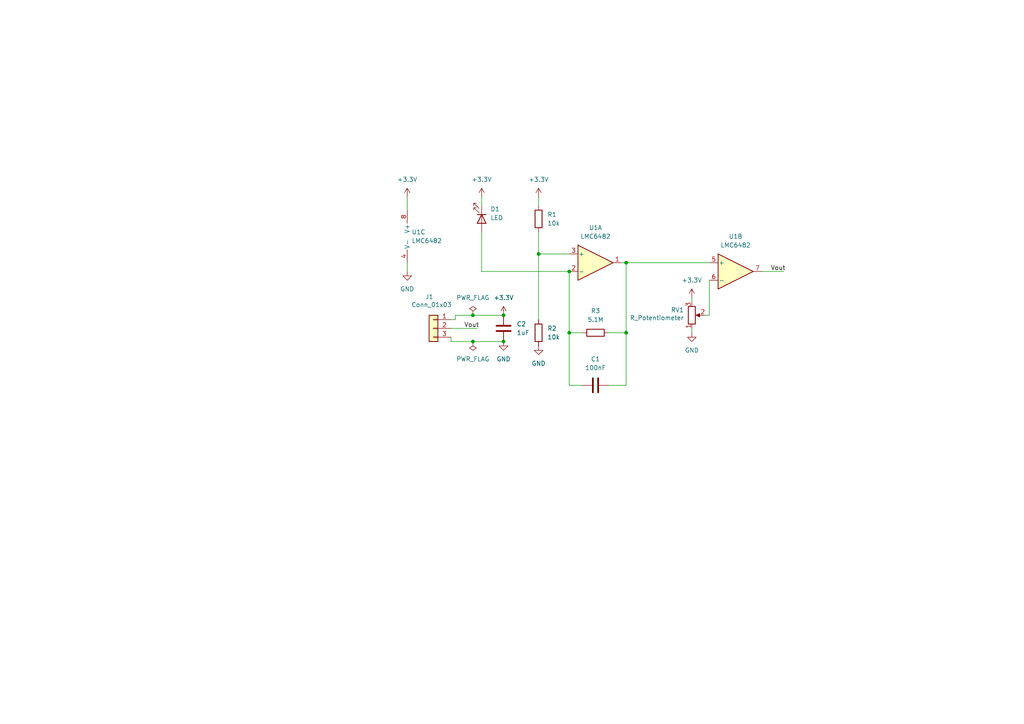
<source format=kicad_sch>
(kicad_sch (version 20231120) (generator "eeschema") (generator_version "8.0")
  (paper "A4")
  (lib_symbols
    (symbol "Amplifier_Operational:LMC6482" (pin_names (offset 0.127))
      (property "Reference" "U" (at 0 5.08 0))
      (property "Value" "LMC6482" (at 0 -5.08 0))
      (symbol "LMC6482_1_1"
        (polyline (pts (xy -5.08 5.08) (xy 5.08 0) (xy -5.08 -5.08) (xy -5.08 5.08)) (stroke (width 0.254)) (fill (type background)))
        (pin output line (at 7.62 0 180) (length 2.54) (name "~") (number "1"))
        (pin input line (at -7.62 -2.54 0) (length 2.54) (name "-") (number "2"))
        (pin input line (at -7.62 2.54 0) (length 2.54) (name "+") (number "3"))
      )
      (symbol "LMC6482_2_1"
        (polyline (pts (xy -5.08 5.08) (xy 5.08 0) (xy -5.08 -5.08) (xy -5.08 5.08)) (stroke (width 0.254)) (fill (type background)))
        (pin input line (at -7.62 2.54 0) (length 2.54) (name "+") (number "5"))
        (pin input line (at -7.62 -2.54 0) (length 2.54) (name "-") (number "6"))
        (pin output line (at 7.62 0 180) (length 2.54) (name "~") (number "7"))
      )
      (symbol "LMC6482_3_1"
        (pin power_in line (at -2.54 -7.62 90) (length 3.81) (name "V-") (number "4"))
        (pin power_in line (at -2.54 7.62 270) (length 3.81) (name "V+") (number "8"))
      )
    )
    (symbol "Connector_Generic:Conn_01x03" (pin_names (offset 1.016) hide)
      (property "Reference" "J" (at 0 5.08 0))
      (property "Value" "Conn_01x03" (at 0 -5.08 0))
      (symbol "Conn_01x03_1_1"
        (rectangle (start -1.27 -2.413) (end 0 -2.667) (stroke (width 0.1524)))
        (rectangle (start -1.27 0.127) (end 0 -0.127) (stroke (width 0.1524)))
        (rectangle (start -1.27 2.667) (end 0 2.413) (stroke (width 0.1524)))
        (rectangle (start -1.27 3.81) (end 1.27 -3.81) (stroke (width 0.254)) (fill (type background)))
        (pin passive line (at -5.08 2.54 0) (length 3.81) (name "Pin_1") (number "1"))
        (pin passive line (at -5.08 0 0) (length 3.81) (name "Pin_2") (number "2"))
        (pin passive line (at -5.08 -2.54 0) (length 3.81) (name "Pin_3") (number "3"))
      )
    )
    (symbol "Device:C" (pin_numbers hide) (pin_names (offset 0.254))
      (property "Reference" "C" (at 0.635 2.54 0))
      (property "Value" "C" (at 0.635 -2.54 0))
      (symbol "C_0_1"
        (polyline (pts (xy -2.032 -0.762) (xy 2.032 -0.762)) (stroke (width 0.508)))
        (polyline (pts (xy -2.032 0.762) (xy 2.032 0.762)) (stroke (width 0.508)))
      )
      (symbol "C_1_1"
        (pin passive line (at 0 3.81 270) (length 2.794) (name "~") (number "1"))
        (pin passive line (at 0 -3.81 90) (length 2.794) (name "~") (number "2"))
      )
    )
    (symbol "Device:LED" (pin_numbers hide) (pin_names (offset 1.016) hide)
      (property "Reference" "D" (at 0 2.54 0))
      (property "Value" "LED" (at 0 -2.54 0))
      (symbol "LED_0_1"
        (polyline (pts (xy -1.27 -1.27) (xy -1.27 1.27)) (stroke (width 0.254)))
        (polyline (pts (xy -1.27 0) (xy 1.27 0)))
        (polyline (pts (xy 1.27 -1.27) (xy 1.27 1.27) (xy -1.27 0) (xy 1.27 -1.27)) (stroke (width 0.254)))
        (polyline (pts (xy -3.048 -0.762) (xy -4.572 -2.286) (xy -3.81 -2.286) (xy -4.572 -2.286) (xy -4.572 -1.524)))
        (polyline (pts (xy -1.778 -0.762) (xy -3.302 -2.286) (xy -2.54 -2.286) (xy -3.302 -2.286) (xy -3.302 -1.524)))
      )
      (symbol "LED_1_1"
        (pin passive line (at -3.81 0 0) (length 2.54) (name "K") (number "1"))
        (pin passive line (at 3.81 0 180) (length 2.54) (name "A") (number "2"))
      )
    )
    (symbol "Device:R" (pin_numbers hide) (pin_names (offset 0))
      (property "Reference" "R" (at 2.032 0 90))
      (property "Value" "R" (at 0 0 90))
      (symbol "R_0_1"
        (rectangle (start -1.016 -2.54) (end 1.016 2.54) (stroke (width 0.254)))
      )
      (symbol "R_1_1"
        (pin passive line (at 0 3.81 270) (length 1.27) (name "~") (number "1"))
        (pin passive line (at 0 -3.81 90) (length 1.27) (name "~") (number "2"))
      )
    )
    (symbol "Device:R_Potentiometer" (pin_names (offset 1.016) hide)
      (property "Reference" "RV" (at -4.445 0 90))
      (property "Value" "R_Potentiometer" (at -2.54 0 90))
      (symbol "R_Potentiometer_0_1"
        (polyline (pts (xy 2.54 0) (xy 1.524 0)))
        (polyline (pts (xy 1.143 0) (xy 2.286 0.508) (xy 2.286 -0.508) (xy 1.143 0)) (fill (type outline)))
        (rectangle (start 1.016 2.54) (end -1.016 -2.54) (stroke (width 0.254)))
      )
      (symbol "R_Potentiometer_1_1"
        (pin passive line (at 0 3.81 270) (length 1.27) (name "1") (number "1"))
        (pin passive line (at 3.81 0 180) (length 1.27) (name "2") (number "2"))
        (pin passive line (at 0 -3.81 90) (length 1.27) (name "3") (number "3"))
      )
    )
    (symbol "power:+3.3V" (power) (pin_numbers hide) (pin_names (offset 0) hide)
      (property "Value" "+3.3V" (at 0 3.556 0))
      (symbol "+3.3V_0_1"
        (polyline (pts (xy -0.762 1.27) (xy 0 2.54)))
        (polyline (pts (xy 0 0) (xy 0 2.54)))
        (polyline (pts (xy 0 2.54) (xy 0.762 1.27)))
      )
      (symbol "+3.3V_1_1"
        (pin power_in line (at 0 0 90) (length 0) (name "~") (number "1"))
      )
    )
    (symbol "power:GND" (power) (pin_numbers hide) (pin_names (offset 0) hide)
      (property "Value" "GND" (at 0 -3.81 0))
      (symbol "GND_0_1"
        (polyline (pts (xy 0 0) (xy 0 -1.27) (xy 1.27 -1.27) (xy 0 -2.54) (xy -1.27 -1.27) (xy 0 -1.27)))
      )
      (symbol "GND_1_1"
        (pin power_in line (at 0 0 270) (length 0) (name "~") (number "1"))
      )
    )
    (symbol "power:PWR_FLAG" (power) (pin_numbers hide) (pin_names (offset 0) hide)
      (property "Value" "PWR_FLAG" (at 0 3.81 0))
      (symbol "PWR_FLAG_0_0"
        (pin power_out line (at 0 0 90) (length 0) (name "~") (number "1"))
      )
      (symbol "PWR_FLAG_0_1"
        (polyline (pts (xy 0 0) (xy 0 1.27) (xy -1.016 1.905) (xy 0 2.54) (xy 1.016 1.905) (xy 0 1.27)))
      )
    )
  )
  (junction (at 146.05 99.06))
  (junction (at 181.61 96.52))
  (junction (at 181.61 76.2))
  (junction (at 137.16 91.44))
  (junction (at 137.16 99.06))
  (junction (at 146.05 91.44))
  (junction (at 165.1 96.52))
  (junction (at 165.1 78.74))
  (junction (at 156.21 73.66))
  (wire (pts (xy 181.61 76.2) (xy 205.74 76.2)))
  (wire (pts (xy 200.66 95.25) (xy 200.66 96.52)))
  (wire (pts (xy 181.61 96.52) (xy 181.61 111.76)))
  (wire (pts (xy 220.98 78.74) (xy 227.33 78.74)))
  (wire (pts (xy 137.16 99.06) (xy 146.05 99.06)))
  (wire (pts (xy 156.21 73.66) (xy 165.1 73.66)))
  (wire (pts (xy 165.1 96.52) (xy 165.1 111.76)))
  (wire (pts (xy 130.81 99.06) (xy 137.16 99.06)))
  (wire (pts (xy 176.53 111.76) (xy 181.61 111.76)))
  (wire (pts (xy 130.81 95.25) (xy 138.43 95.25)))
  (wire (pts (xy 118.11 76.2) (xy 118.11 78.74)))
  (wire (pts (xy 165.1 111.76) (xy 168.91 111.76)))
  (wire (pts (xy 156.21 67.31) (xy 156.21 73.66)))
  (wire (pts (xy 165.1 78.74) (xy 165.1 96.52)))
  (wire (pts (xy 137.16 91.44) (xy 146.05 91.44)))
  (wire (pts (xy 132.08 92.71) (xy 130.81 92.71)))
  (wire (pts (xy 176.53 96.52) (xy 181.61 96.52)))
  (wire (pts (xy 181.61 76.2) (xy 181.61 96.52)))
  (wire (pts (xy 200.66 86.36) (xy 200.66 87.63)))
  (wire (pts (xy 204.47 91.44) (xy 205.74 91.44)))
  (wire (pts (xy 132.08 91.44) (xy 132.08 92.71)))
  (wire (pts (xy 118.11 57.15) (xy 118.11 60.96)))
  (wire (pts (xy 130.81 99.06) (xy 130.81 97.79)))
  (wire (pts (xy 165.1 96.52) (xy 168.91 96.52)))
  (wire (pts (xy 205.74 91.44) (xy 205.74 81.28)))
  (wire (pts (xy 139.7 78.74) (xy 165.1 78.74)))
  (wire (pts (xy 139.7 67.31) (xy 139.7 78.74)))
  (wire (pts (xy 139.7 57.15) (xy 139.7 59.69)))
  (wire (pts (xy 132.08 91.44) (xy 137.16 91.44)))
  (wire (pts (xy 156.21 57.15) (xy 156.21 59.69)))
  (wire (pts (xy 156.21 73.66) (xy 156.21 92.71)))
  (wire (pts (xy 180.34 76.2) (xy 181.61 76.2)))
  (label "Vout" (at 134.62 95.25 0))
  (label "Vout" (at 223.52 78.74 0))
  (symbol (lib_id "Device:R") (at 172.72 96.52 90) (unit 1)
    (property "Reference" "R3" (at 172.72 90.17 90))
    (property "Value" "5.1M" (at 172.72 92.71 90))
    (property "Description" "Resistor" (effects (hide yes)))
  )
  (symbol (lib_id "power:GND") (at 118.11 78.74 0) (unit 1)
    (property "Reference" "#PWR08" (effects (hide yes)))
    (property "Value" "GND" (at 118.11 83.82 0))
    (property "Description" "Power symbol creates a global label with name \"GND\" , ground" (effects (hide yes)))
  )
  (symbol (lib_id "power:+3.3V") (at 118.11 57.15 0) (unit 1)
    (property "Reference" "#PWR04" (effects (hide yes)))
    (property "Value" "+3.3V" (at 118.11 52.07 0))
    (property "Description" "Power symbol creates a global label with name \"+3.3V\"" (effects (hide yes)))
  )
  (symbol (lib_id "power:PWR_FLAG") (at 137.16 91.44 0) (unit 1)
    (property "Reference" "#FLG01" (effects (hide yes)))
    (property "Value" "PWR_FLAG" (at 137.16 86.36 0))
    (property "Description" "Special symbol for telling ERC where power comes from" (effects (hide yes)))
  )
  (symbol (lib_id "power:GND") (at 146.05 99.06 0) (unit 1)
    (property "Reference" "#PWR07" (effects (hide yes)))
    (property "Value" "GND" (at 146.05 104.14 0))
    (property "Description" "Power symbol creates a global label with name \"GND\" , ground" (effects (hide yes)))
  )
  (symbol (lib_id "power:GND") (at 156.21 100.33 0) (unit 1)
    (property "Reference" "#PWR09" (effects (hide yes)))
    (property "Value" "GND" (at 156.21 105.41 0))
    (property "Description" "Power symbol creates a global label with name \"GND\" , ground" (effects (hide yes)))
  )
  (symbol (lib_id "Amplifier_Operational:LMC6482") (at 213.36 78.74 0) (unit 2)
    (property "Reference" "U1" (at 213.36 68.58 0))
    (property "Value" "LMC6482" (at 213.36 71.12 0))
    (property "Datasheet" "http://www.ti.com/lit/ds/symlink/lmc6482.pdf" (effects (hide yes)))
    (property "Description" "Dual CMOS Rail-to-Rail Input and Output Operational Amplifier, DIP-8/SOIC-8, SSOP-8" (effects (hide yes)))
  )
  (symbol (lib_id "Connector_Generic:Conn_01x03") (at 125.73 95.25 0) (mirror y) (unit 1)
    (property "Reference" "J1" (at 125.73 86.106 0) (effects (justify left)))
    (property "Value" "Conn_01x03" (at 131.064 88.392 0) (effects (justify left)))
    (property "Description" "Generic connector, single row, 01x03, script generated (kicad-library-utils/schlib/autogen/connector/)" (effects (hide yes)))
  )
  (symbol (lib_id "power:+3.3V") (at 146.05 91.44 0) (unit 1)
    (property "Reference" "#PWR05" (effects (hide yes)))
    (property "Value" "+3.3V" (at 146.05 86.36 0))
    (property "Description" "Power symbol creates a global label with name \"+3.3V\"" (effects (hide yes)))
  )
  (symbol (lib_id "Amplifier_Operational:LMC6482") (at 172.72 76.2 0) (unit 1)
    (property "Reference" "U1" (at 172.72 66.04 0))
    (property "Value" "LMC6482" (at 172.72 68.58 0))
    (property "Datasheet" "http://www.ti.com/lit/ds/symlink/lmc6482.pdf" (effects (hide yes)))
    (property "Description" "Dual CMOS Rail-to-Rail Input and Output Operational Amplifier, DIP-8/SOIC-8, SSOP-8" (effects (hide yes)))
  )
  (symbol (lib_id "power:GND") (at 200.66 96.52 0) (unit 1)
    (property "Reference" "#PWR06" (effects (hide yes)))
    (property "Value" "GND" (at 200.66 101.6 0))
    (property "Description" "Power symbol creates a global label with name \"GND\" , ground" (effects (hide yes)))
  )
  (symbol (lib_id "Device:LED") (at 139.7 63.5 270) (unit 1)
    (property "Reference" "D1" (at 142.24 60.6424 90) (effects (justify left)))
    (property "Value" "LED" (at 142.24 63.1824 90) (effects (justify left)))
    (property "Description" "Light emitting diode" (effects (hide yes)))
  )
  (symbol (lib_id "Amplifier_Operational:LMC6482") (at 120.65 68.58 0) (unit 3)
    (property "Reference" "U1" (at 119.38 67.3099 0) (effects (justify left)))
    (property "Value" "LMC6482" (at 119.38 69.8499 0) (effects (justify left)))
    (property "Datasheet" "http://www.ti.com/lit/ds/symlink/lmc6482.pdf" (effects (hide yes)))
    (property "Description" "Dual CMOS Rail-to-Rail Input and Output Operational Amplifier, DIP-8/SOIC-8, SSOP-8" (effects (hide yes)))
  )
  (symbol (lib_id "Device:R") (at 156.21 96.52 0) (unit 1)
    (property "Reference" "R2" (at 158.75 95.2499 0) (effects (justify left)))
    (property "Value" "10k" (at 158.75 97.7899 0) (effects (justify left)))
    (property "Description" "Resistor" (effects (hide yes)))
  )
  (symbol (lib_id "power:+3.3V") (at 200.66 86.36 0) (unit 1)
    (property "Reference" "#PWR01" (effects (hide yes)))
    (property "Value" "+3.3V" (at 200.66 81.28 0))
    (property "Description" "Power symbol creates a global label with name \"+3.3V\"" (effects (hide yes)))
  )
  (symbol (lib_id "power:+3.3V") (at 156.21 57.15 0) (unit 1)
    (property "Reference" "#PWR02" (effects (hide yes)))
    (property "Value" "+3.3V" (at 156.21 52.07 0))
    (property "Description" "Power symbol creates a global label with name \"+3.3V\"" (effects (hide yes)))
  )
  (symbol (lib_id "power:+3.3V") (at 139.7 57.15 0) (unit 1)
    (property "Reference" "#PWR03" (effects (hide yes)))
    (property "Value" "+3.3V" (at 139.7 52.07 0))
    (property "Description" "Power symbol creates a global label with name \"+3.3V\"" (effects (hide yes)))
  )
  (symbol (lib_id "Device:R") (at 156.21 63.5 0) (unit 1)
    (property "Reference" "R1" (at 158.75 62.2299 0) (effects (justify left)))
    (property "Value" "10k" (at 158.75 64.7699 0) (effects (justify left)))
    (property "Description" "Resistor" (effects (hide yes)))
  )
  (symbol (lib_id "Device:C") (at 146.05 95.25 0) (unit 1)
    (property "Reference" "C2" (at 149.86 93.9799 0) (effects (justify left)))
    (property "Value" "1uF" (at 149.86 96.5199 0) (effects (justify left)))
    (property "Description" "Unpolarized capacitor" (effects (hide yes)))
  )
  (symbol (lib_id "Device:R_Potentiometer") (at 200.66 91.44 0) (mirror x) (unit 1)
    (property "Reference" "RV1" (at 198.374 89.916 0) (effects (justify right)))
    (property "Value" "R_Potentiometer" (at 198.374 92.202 0) (effects (justify right)))
    (property "Description" "Potentiometer" (effects (hide yes)))
  )
  (symbol (lib_id "Device:C") (at 172.72 111.76 90) (unit 1)
    (property "Reference" "C1" (at 172.72 104.14 90))
    (property "Value" "100nF" (at 172.72 106.68 90))
    (property "Description" "Unpolarized capacitor" (effects (hide yes)))
  )
  (symbol (lib_id "power:PWR_FLAG") (at 137.16 99.06 0) (mirror x) (unit 1)
    (property "Reference" "#FLG02" (effects (hide yes)))
    (property "Value" "PWR_FLAG" (at 137.16 104.14 0))
    (property "Description" "Special symbol for telling ERC where power comes from" (effects (hide yes)))
  )
)
</source>
